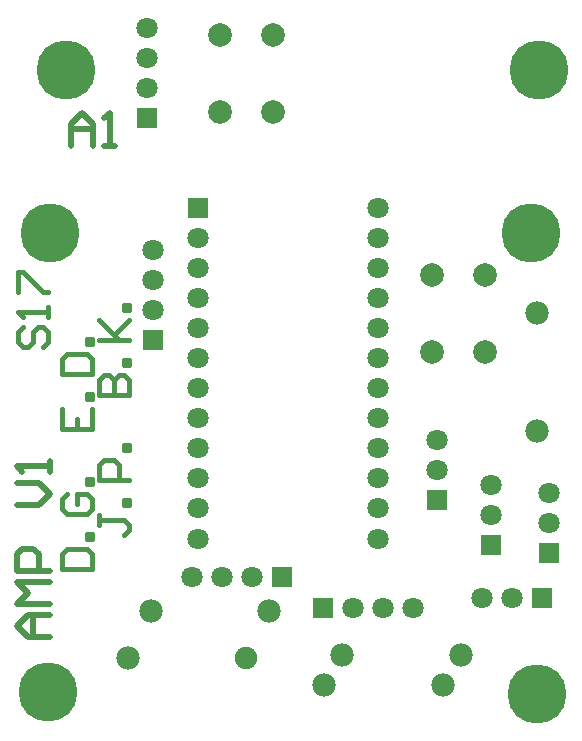
<source format=gtl>
G04 Layer_Physical_Order=1*
G04 Layer_Color=25308*
%FSLAX23Y23*%
%MOIN*%
G70*
G01*
G75*
%ADD10C,0.015*%
%ADD11C,0.020*%
%ADD12C,0.078*%
%ADD13R,0.071X0.071*%
%ADD14C,0.071*%
%ADD15C,0.079*%
%ADD16R,0.071X0.071*%
%ADD17C,0.197*%
%ADD18C,0.075*%
D10*
X3127Y5189D02*
X3140Y5189D01*
X3118Y5189D02*
X3127Y5189D01*
X3113Y5174D02*
X3127Y5189D01*
X3113Y5146D02*
X3120Y5139D01*
X3113Y5146D02*
X3113Y5174D01*
X3665Y4645D02*
X3680Y4630D01*
X3665Y4345D02*
X3685Y4345D01*
X3665Y4135D02*
X3665Y4145D01*
X3665Y4445D02*
X3675Y4435D01*
X3055Y4835D02*
X3065Y4845D01*
X2482Y4447D02*
X2465Y4430D01*
X2465Y4397D01*
X2482Y4380D01*
X2498Y4380D01*
X2515Y4397D01*
X2515Y4430D01*
X2532Y4447D01*
X2548Y4447D01*
X2565Y4430D01*
X2565Y4397D01*
X2548Y4380D01*
X2565Y4480D02*
X2565Y4513D01*
X2565Y4497D01*
X2465Y4497D01*
X2482Y4480D01*
X2465Y4563D02*
X2465Y4630D01*
X2482Y4630D01*
X2548Y4563D01*
X2565Y4563D01*
X2610Y3640D02*
X2710Y3640D01*
X2710Y3690D01*
X2693Y3707D01*
X2627Y3707D01*
X2610Y3690D01*
X2610Y3640D01*
X2710Y3740D02*
X2693Y3740D01*
X2693Y3757D01*
X2710Y3757D01*
X2710Y3740D01*
X2627Y3890D02*
X2610Y3873D01*
X2610Y3840D01*
X2627Y3823D01*
X2693Y3823D01*
X2710Y3840D01*
X2710Y3873D01*
X2693Y3890D01*
X2660Y3890D01*
X2660Y3857D01*
X2710Y3923D02*
X2693Y3923D01*
X2693Y3940D01*
X2710Y3940D01*
X2710Y3923D01*
X2610Y4173D02*
X2610Y4107D01*
X2710Y4107D01*
X2710Y4173D01*
X2660Y4107D02*
X2660Y4140D01*
X2710Y4206D02*
X2693Y4206D01*
X2693Y4223D01*
X2710Y4223D01*
X2710Y4206D01*
X2610Y4290D02*
X2710Y4290D01*
X2710Y4340D01*
X2693Y4356D01*
X2627Y4356D01*
X2610Y4340D01*
X2610Y4290D01*
X2710Y4390D02*
X2693Y4390D01*
X2693Y4406D01*
X2710Y4406D01*
X2710Y4390D01*
X2735Y3822D02*
X2735Y3788D01*
X2735Y3805D01*
X2818Y3805D01*
X2835Y3788D01*
X2835Y3772D01*
X2818Y3755D01*
X2835Y3855D02*
X2818Y3855D01*
X2818Y3872D01*
X2835Y3872D01*
X2835Y3855D01*
X2835Y3938D02*
X2735Y3938D01*
X2735Y3988D01*
X2752Y4005D01*
X2785Y4005D01*
X2802Y3988D01*
X2802Y3938D01*
X2835Y4038D02*
X2818Y4038D01*
X2818Y4055D01*
X2835Y4055D01*
X2835Y4038D01*
X2735Y4222D02*
X2835Y4222D01*
X2835Y4272D01*
X2818Y4288D01*
X2802Y4288D01*
X2785Y4272D01*
X2785Y4222D01*
X2785Y4272D01*
X2768Y4288D01*
X2752Y4288D01*
X2735Y4272D01*
X2735Y4222D01*
X2835Y4321D02*
X2818Y4321D01*
X2818Y4338D01*
X2835Y4338D01*
X2835Y4321D01*
X2735Y4405D02*
X2835Y4405D01*
X2802Y4405D01*
X2735Y4471D01*
X2785Y4421D01*
X2835Y4471D01*
X2835Y4505D02*
X2818Y4505D01*
X2818Y4521D01*
X2835Y4521D01*
X2835Y4505D01*
D11*
X2570Y3415D02*
X2497Y3415D01*
X2460Y3452D01*
X2497Y3488D01*
X2570Y3488D01*
X2515Y3488D01*
X2515Y3415D01*
X2570Y3525D02*
X2460Y3525D01*
X2497Y3562D01*
X2460Y3598D01*
X2570Y3598D01*
X2570Y3635D02*
X2460Y3635D01*
X2460Y3690D01*
X2478Y3708D01*
X2515Y3708D01*
X2533Y3690D01*
X2533Y3635D01*
X2460Y3855D02*
X2533Y3855D01*
X2570Y3892D01*
X2533Y3928D01*
X2460Y3928D01*
X2570Y3965D02*
X2570Y4001D01*
X2570Y3983D01*
X2460Y3983D01*
X2478Y3965D01*
X2640Y5052D02*
X2640Y5125D01*
X2677Y5162D01*
X2714Y5125D01*
X2714Y5052D01*
X2714Y5107D01*
X2640Y5107D01*
X2750Y5052D02*
X2787Y5052D01*
X2769Y5052D01*
X2769Y5162D01*
X2750Y5144D01*
D12*
X3879Y3255D02*
D03*
X3485Y3255D02*
D03*
X3939Y3355D02*
D03*
X3545Y3355D02*
D03*
X3300Y3500D02*
D03*
X2906Y3500D02*
D03*
X4195Y4495D02*
D03*
X4195Y4101D02*
D03*
X2830Y3345D02*
D03*
D13*
X4210Y3545D02*
D03*
X3345Y3615D02*
D03*
X3480Y3510D02*
D03*
D14*
X4110Y3545D02*
D03*
X4010Y3545D02*
D03*
X3045Y3615D02*
D03*
X3245Y3615D02*
D03*
X3145Y3615D02*
D03*
X3780Y3510D02*
D03*
X3580Y3510D02*
D03*
X3680Y3510D02*
D03*
X2915Y4705D02*
D03*
X2915Y4505D02*
D03*
X2915Y4605D02*
D03*
X3860Y3970D02*
D03*
X3860Y4070D02*
D03*
X4040Y3820D02*
D03*
X4040Y3920D02*
D03*
X4235Y3795D02*
D03*
X4235Y3895D02*
D03*
X3065Y3740D02*
D03*
X3065Y3845D02*
D03*
X3065Y3945D02*
D03*
X3065Y4045D02*
D03*
X3065Y4145D02*
D03*
X3065Y4245D02*
D03*
X3065Y4745D02*
D03*
X3065Y4645D02*
D03*
X3065Y4545D02*
D03*
X3065Y4445D02*
D03*
X3065Y4345D02*
D03*
X3665Y4345D02*
D03*
X3665Y4445D02*
D03*
X3665Y4545D02*
D03*
X3665Y4645D02*
D03*
X3665Y4745D02*
D03*
X3665Y4245D02*
D03*
X3665Y4145D02*
D03*
X3665Y4045D02*
D03*
X3665Y3945D02*
D03*
X3665Y3845D02*
D03*
X3665Y3740D02*
D03*
X3665Y4845D02*
D03*
X2895Y5345D02*
D03*
X2895Y5245D02*
D03*
X2895Y5445D02*
D03*
D15*
X3843Y4364D02*
D03*
X3843Y4620D02*
D03*
X4020Y4364D02*
D03*
X4020Y4620D02*
D03*
X3138Y5164D02*
D03*
X3138Y5420D02*
D03*
X3315Y5164D02*
D03*
X3315Y5420D02*
D03*
D16*
X2915Y4405D02*
D03*
X3860Y3870D02*
D03*
X4040Y3720D02*
D03*
X4235Y3695D02*
D03*
X3065Y4845D02*
D03*
X2895Y5145D02*
D03*
D17*
X2570Y4760D02*
D03*
X2565Y3230D02*
D03*
X4195Y3225D02*
D03*
X4175Y4760D02*
D03*
X2625Y5305D02*
D03*
X4200Y5305D02*
D03*
D18*
X3224Y3345D02*
D03*
M02*

</source>
